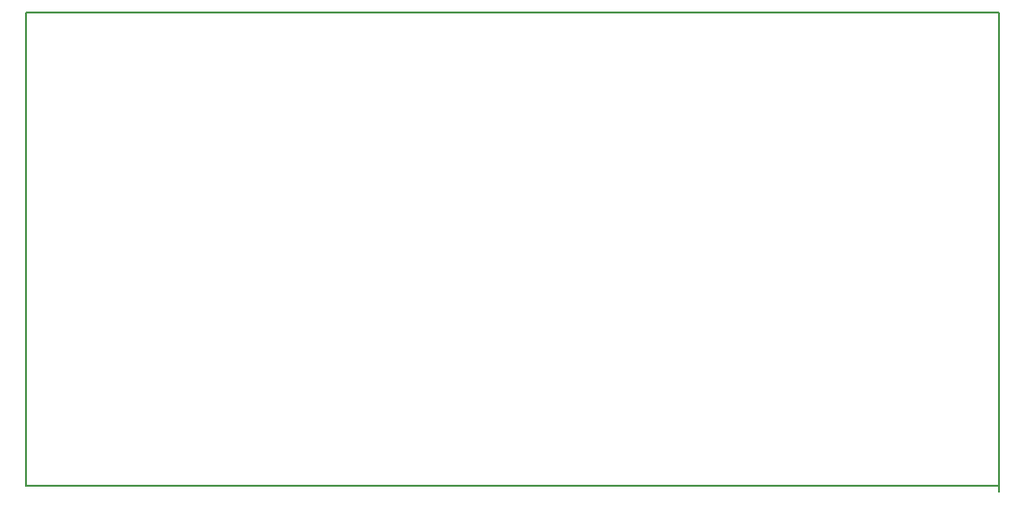
<source format=gbr>
G04 #@! TF.FileFunction,Other,User*
%FSLAX46Y46*%
G04 Gerber Fmt 4.6, Leading zero omitted, Abs format (unit mm)*
G04 Created by KiCad (PCBNEW 4.0.5) date Thursday, March 09, 2017 'PMt' 04:23:05 PM*
%MOMM*%
%LPD*%
G01*
G04 APERTURE LIST*
%ADD10C,0.100000*%
%ADD11C,0.200000*%
G04 APERTURE END LIST*
D10*
D11*
X185928000Y-112522000D02*
X185928000Y-113030000D01*
X100330000Y-112522000D02*
X185928000Y-112522000D01*
X100330000Y-70866000D02*
X100330000Y-112522000D01*
X185928000Y-70866000D02*
X100330000Y-70866000D01*
X185928000Y-112649000D02*
X185928000Y-70866000D01*
M02*

</source>
